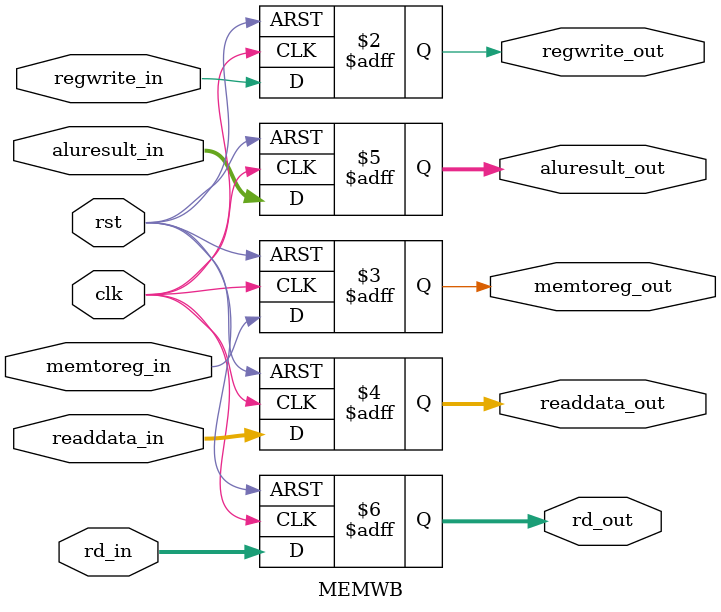
<source format=v>
module MEMWB(
	//input signals and values
	clk, rst,
	regwrite_in, memtoreg_in,    //signals to FU and memtoreg MUX
	readdata_in, aluresult_in,   //data from memory and ALU result
	rd_in,                       //rd value for forwarding unit
	
	//output signals & values
	regwrite_out, memtoreg_out,   
	readdata_out, aluresult_out,  
	rd_out);                      


input clk, rst;
input regwrite_in, memtoreg_in;
input [31:0] readdata_in, aluresult_in;
input [4:0] rd_in;

output reg regwrite_out, memtoreg_out;
output reg [31:0] readdata_out, aluresult_out;
output reg [4:0] rd_out;

// Register values in the pipeline on the rising clock edge or reset
always @(negedge clk or posedge rst) begin
    if (rst) begin
        // Reset output signals
        regwrite_out <= 1'b0;
        memtoreg_out <= 1'b0;
        readdata_out <= 32'b0;
        aluresult_out <= 32'b0;
        rd_out <= 5'b0;
    end else begin
   	/// Transfer the inputs to outputs on the clock edge
        regwrite_out <= regwrite_in;
        memtoreg_out <= memtoreg_in;
        readdata_out <= readdata_in;
        aluresult_out <= aluresult_in;
        rd_out <= rd_in;
    end
end

endmodule


</source>
